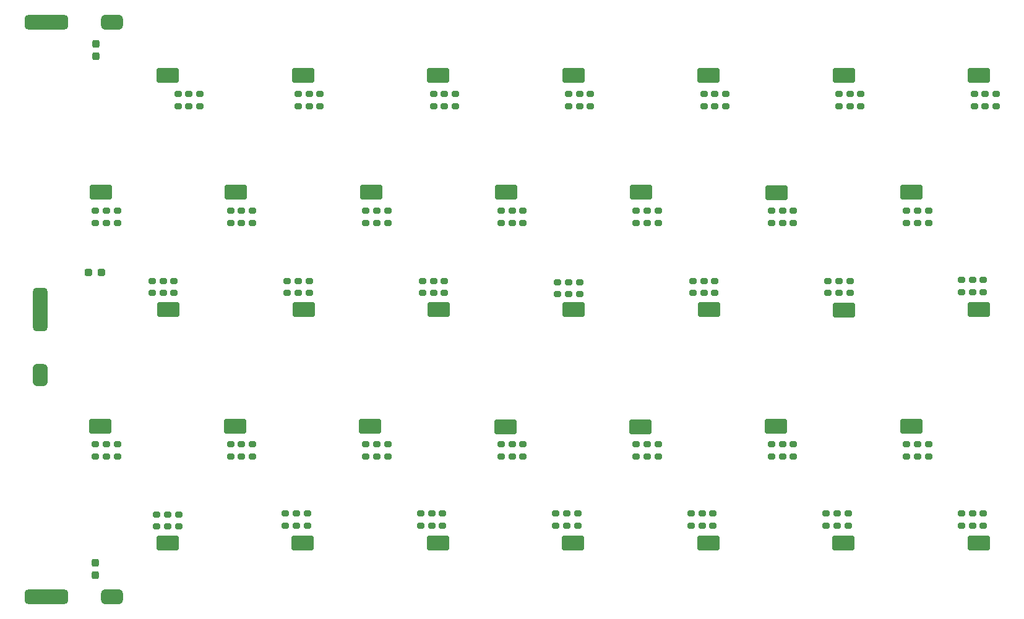
<source format=gbr>
%TF.GenerationSoftware,KiCad,Pcbnew,8.0.0*%
%TF.CreationDate,2025-01-10T11:52:10+00:00*%
%TF.ProjectId,vape_powerbank_pcb,76617065-5f70-46f7-9765-7262616e6b5f,rev?*%
%TF.SameCoordinates,Original*%
%TF.FileFunction,Paste,Top*%
%TF.FilePolarity,Positive*%
%FSLAX46Y46*%
G04 Gerber Fmt 4.6, Leading zero omitted, Abs format (unit mm)*
G04 Created by KiCad (PCBNEW 8.0.0) date 2025-01-10 11:52:10*
%MOMM*%
%LPD*%
G01*
G04 APERTURE LIST*
G04 Aperture macros list*
%AMRoundRect*
0 Rectangle with rounded corners*
0 $1 Rounding radius*
0 $2 $3 $4 $5 $6 $7 $8 $9 X,Y pos of 4 corners*
0 Add a 4 corners polygon primitive as box body*
4,1,4,$2,$3,$4,$5,$6,$7,$8,$9,$2,$3,0*
0 Add four circle primitives for the rounded corners*
1,1,$1+$1,$2,$3*
1,1,$1+$1,$4,$5*
1,1,$1+$1,$6,$7*
1,1,$1+$1,$8,$9*
0 Add four rect primitives between the rounded corners*
20,1,$1+$1,$2,$3,$4,$5,0*
20,1,$1+$1,$4,$5,$6,$7,0*
20,1,$1+$1,$6,$7,$8,$9,0*
20,1,$1+$1,$8,$9,$2,$3,0*%
G04 Aperture macros list end*
%ADD10RoundRect,0.200000X-0.275000X0.200000X-0.275000X-0.200000X0.275000X-0.200000X0.275000X0.200000X0*%
%ADD11RoundRect,0.200000X-1.300000X-0.800000X1.300000X-0.800000X1.300000X0.800000X-1.300000X0.800000X0*%
%ADD12RoundRect,0.237500X0.237500X-0.287500X0.237500X0.287500X-0.237500X0.287500X-0.237500X-0.287500X0*%
%ADD13RoundRect,0.499999X-2.500001X0.499998X-2.500001X-0.499998X2.500001X-0.499998X2.500001X0.499998X0*%
%ADD14RoundRect,0.499999X-1.000001X0.499998X-1.000001X-0.499998X1.000001X-0.499998X1.000001X0.499998X0*%
%ADD15RoundRect,0.499999X0.499998X2.500001X-0.499998X2.500001X-0.499998X-2.500001X0.499998X-2.500001X0*%
%ADD16RoundRect,0.499999X0.499998X1.000001X-0.499998X1.000001X-0.499998X-1.000001X0.499998X-1.000001X0*%
%ADD17RoundRect,0.237500X-0.237500X0.287500X-0.237500X-0.287500X0.237500X-0.287500X0.237500X0.287500X0*%
%ADD18RoundRect,0.237500X-0.287500X-0.237500X0.287500X-0.237500X0.287500X0.237500X-0.287500X0.237500X0*%
G04 APERTURE END LIST*
D10*
%TO.C,R2*%
X24800000Y-24675000D03*
X24800000Y-26325000D03*
%TD*%
%TO.C,R97*%
X96500000Y-82175000D03*
X96500000Y-83825000D03*
%TD*%
%TO.C,R100*%
X115000000Y-82175000D03*
X115000000Y-83825000D03*
%TD*%
%TO.C,R85*%
X23400000Y-82275000D03*
X23400000Y-83925000D03*
%TD*%
%TO.C,R55*%
X96750000Y-50275000D03*
X96750000Y-51925000D03*
%TD*%
D11*
%TO.C,SPRING34*%
X114372496Y-86203427D03*
%TD*%
%TO.C,SPRING31*%
X58872486Y-86203417D03*
%TD*%
D10*
%TO.C,R48*%
X38250000Y-50275000D03*
X38250000Y-51925000D03*
%TD*%
%TO.C,R78*%
X86000000Y-72675000D03*
X86000000Y-74325000D03*
%TD*%
%TO.C,R50*%
X58250000Y-50275000D03*
X58250000Y-51925000D03*
%TD*%
%TO.C,R66*%
X12000000Y-72675000D03*
X12000000Y-74325000D03*
%TD*%
%TO.C,R69*%
X30490000Y-72675000D03*
X30490000Y-74325000D03*
%TD*%
%TO.C,R34*%
X89000000Y-40675000D03*
X89000000Y-42325000D03*
%TD*%
%TO.C,R12*%
X76750000Y-24675000D03*
X76750000Y-26325000D03*
%TD*%
%TO.C,R56*%
X95250000Y-50275000D03*
X95250000Y-51925000D03*
%TD*%
%TO.C,R16*%
X116750000Y-24675000D03*
X116750000Y-26325000D03*
%TD*%
D11*
%TO.C,SPRING33*%
X95872486Y-86203417D03*
%TD*%
D10*
%TO.C,R33*%
X67500000Y-40675000D03*
X67500000Y-42325000D03*
%TD*%
%TO.C,R51*%
X56750000Y-50275000D03*
X56750000Y-51925000D03*
%TD*%
D12*
%TO.C,F3*%
X12000000Y-90625000D03*
X12000000Y-88875000D03*
%TD*%
D11*
%TO.C,SPRING21*%
X132908222Y-54194903D03*
%TD*%
D10*
%TO.C,R1*%
X26300000Y-24675000D03*
X26300000Y-26325000D03*
%TD*%
D11*
%TO.C,SPRING18*%
X77450030Y-54200020D03*
%TD*%
%TO.C,SPRING6*%
X114400000Y-22100000D03*
%TD*%
D10*
%TO.C,R31*%
X70500000Y-40675000D03*
X70500000Y-42325000D03*
%TD*%
D11*
%TO.C,SPRING13*%
X105159387Y-38237195D03*
%TD*%
D10*
%TO.C,R58*%
X115250000Y-50275000D03*
X115250000Y-51925000D03*
%TD*%
%TO.C,R75*%
X67500000Y-72675000D03*
X67500000Y-74325000D03*
%TD*%
%TO.C,R95*%
X76500000Y-82175000D03*
X76500000Y-83825000D03*
%TD*%
%TO.C,R80*%
X106000000Y-72675000D03*
X106000000Y-74325000D03*
%TD*%
%TO.C,R17*%
X115250000Y-24675000D03*
X115250000Y-26325000D03*
%TD*%
%TO.C,R57*%
X93750000Y-50275000D03*
X93750000Y-51925000D03*
%TD*%
%TO.C,R76*%
X89000000Y-72675000D03*
X89000000Y-74325000D03*
%TD*%
%TO.C,R47*%
X39750000Y-50275000D03*
X39750000Y-51925000D03*
%TD*%
D11*
%TO.C,SPRING28*%
X123647500Y-70189537D03*
%TD*%
D10*
%TO.C,R88*%
X41000000Y-82175000D03*
X41000000Y-83825000D03*
%TD*%
%TO.C,R30*%
X49000000Y-40675000D03*
X49000000Y-42325000D03*
%TD*%
D13*
%TO.C,J1*%
X5275000Y-14800000D03*
D14*
X14275000Y-14800000D03*
%TD*%
D10*
%TO.C,R44*%
X21250000Y-50275000D03*
X21250000Y-51925000D03*
%TD*%
%TO.C,R23*%
X13500000Y-40675000D03*
X13500000Y-42325000D03*
%TD*%
%TO.C,R3*%
X23300000Y-24675000D03*
X23300000Y-26325000D03*
%TD*%
%TO.C,R32*%
X69000000Y-40675000D03*
X69000000Y-42325000D03*
%TD*%
%TO.C,R25*%
X33500000Y-40675000D03*
X33500000Y-42325000D03*
%TD*%
%TO.C,R72*%
X49000000Y-72675000D03*
X49000000Y-74325000D03*
%TD*%
%TO.C,R102*%
X112000000Y-82175000D03*
X112000000Y-83825000D03*
%TD*%
D11*
%TO.C,SPRING17*%
X58991888Y-54205166D03*
%TD*%
D10*
%TO.C,R63*%
X130500000Y-50175000D03*
X130500000Y-51825000D03*
%TD*%
D11*
%TO.C,SPRING12*%
X86660652Y-38136591D03*
%TD*%
%TO.C,SPRING11*%
X68202510Y-38141737D03*
%TD*%
%TO.C,SPRING7*%
X132872500Y-22117600D03*
%TD*%
D10*
%TO.C,R81*%
X104500000Y-72675000D03*
X104500000Y-74325000D03*
%TD*%
%TO.C,R6*%
X39750000Y-24675000D03*
X39750000Y-26325000D03*
%TD*%
%TO.C,R90*%
X38000000Y-82175000D03*
X38000000Y-83825000D03*
%TD*%
%TO.C,R26*%
X32000000Y-40675000D03*
X32000000Y-42325000D03*
%TD*%
%TO.C,R89*%
X39500000Y-82175000D03*
X39500000Y-83825000D03*
%TD*%
%TO.C,R52*%
X78250000Y-50475000D03*
X78250000Y-52125000D03*
%TD*%
%TO.C,R87*%
X20400000Y-82275000D03*
X20400000Y-83925000D03*
%TD*%
D11*
%TO.C,SPRING2*%
X40400000Y-22122696D03*
%TD*%
D10*
%TO.C,R71*%
X50500000Y-72675000D03*
X50500000Y-74325000D03*
%TD*%
D15*
%TO.C,J2*%
X4400000Y-54175000D03*
D16*
X4400000Y-63175000D03*
%TD*%
D10*
%TO.C,R36*%
X85990000Y-40675000D03*
X85990000Y-42325000D03*
%TD*%
%TO.C,R9*%
X58250000Y-24675000D03*
X58250000Y-26325000D03*
%TD*%
%TO.C,R5*%
X41250000Y-24675000D03*
X41250000Y-26325000D03*
%TD*%
%TO.C,R39*%
X104500000Y-40675000D03*
X104500000Y-42325000D03*
%TD*%
%TO.C,R83*%
X124500000Y-72675000D03*
X124500000Y-74325000D03*
%TD*%
%TO.C,R67*%
X33500000Y-72675000D03*
X33500000Y-74325000D03*
%TD*%
D11*
%TO.C,SPRING27*%
X105105662Y-70184430D03*
%TD*%
D10*
%TO.C,R14*%
X96750000Y-24675000D03*
X96750000Y-26325000D03*
%TD*%
%TO.C,R37*%
X107500000Y-40675000D03*
X107500000Y-42325000D03*
%TD*%
%TO.C,R46*%
X41250000Y-50275000D03*
X41250000Y-51925000D03*
%TD*%
%TO.C,R74*%
X69000000Y-72675000D03*
X69000000Y-74325000D03*
%TD*%
%TO.C,R22*%
X15000000Y-40675000D03*
X15000000Y-42325000D03*
%TD*%
%TO.C,R73*%
X70500000Y-72675000D03*
X70500000Y-74325000D03*
%TD*%
%TO.C,R77*%
X87500000Y-72675000D03*
X87500000Y-74325000D03*
%TD*%
%TO.C,R79*%
X107500000Y-72675000D03*
X107500000Y-74325000D03*
%TD*%
%TO.C,R70*%
X52000000Y-72675000D03*
X52000000Y-74325000D03*
%TD*%
D13*
%TO.C,J3*%
X5275000Y-93600000D03*
D14*
X14275000Y-93600000D03*
%TD*%
D10*
%TO.C,R98*%
X95000000Y-82175000D03*
X95000000Y-83825000D03*
%TD*%
%TO.C,R40*%
X126000000Y-40675000D03*
X126000000Y-42325000D03*
%TD*%
%TO.C,R94*%
X78000000Y-82175000D03*
X78000000Y-83825000D03*
%TD*%
D11*
%TO.C,SPRING29*%
X21872490Y-86203430D03*
%TD*%
D10*
%TO.C,R59*%
X113750000Y-50275000D03*
X113750000Y-51925000D03*
%TD*%
D17*
%TO.C,F1*%
X12025000Y-17775000D03*
X12025000Y-19525000D03*
%TD*%
D10*
%TO.C,R68*%
X32000000Y-72675000D03*
X32000000Y-74325000D03*
%TD*%
%TO.C,R35*%
X87500000Y-40675000D03*
X87500000Y-42325000D03*
%TD*%
D11*
%TO.C,SPRING24*%
X49605632Y-70184410D03*
%TD*%
D10*
%TO.C,R53*%
X76750000Y-50475000D03*
X76750000Y-52125000D03*
%TD*%
%TO.C,R105*%
X130490000Y-82175000D03*
X130490000Y-83825000D03*
%TD*%
%TO.C,R18*%
X113750000Y-24675000D03*
X113750000Y-26325000D03*
%TD*%
%TO.C,R15*%
X95250000Y-24675000D03*
X95250000Y-26325000D03*
%TD*%
%TO.C,R38*%
X106000000Y-40675000D03*
X106000000Y-42325000D03*
%TD*%
%TO.C,R7*%
X61250000Y-24675000D03*
X61250000Y-26325000D03*
%TD*%
%TO.C,R92*%
X58000000Y-82175000D03*
X58000000Y-83825000D03*
%TD*%
%TO.C,R24*%
X12000000Y-40675000D03*
X12000000Y-42325000D03*
%TD*%
D11*
%TO.C,SPRING8*%
X12700000Y-38144167D03*
%TD*%
%TO.C,SPRING15*%
X21950000Y-54200000D03*
%TD*%
D10*
%TO.C,R62*%
X132000000Y-50175000D03*
X132000000Y-51825000D03*
%TD*%
%TO.C,R93*%
X56500000Y-82175000D03*
X56500000Y-83825000D03*
%TD*%
%TO.C,R41*%
X124500000Y-40675000D03*
X124500000Y-42325000D03*
%TD*%
D11*
%TO.C,SPRING1*%
X21914338Y-22122696D03*
%TD*%
D10*
%TO.C,R60*%
X112250000Y-50275000D03*
X112250000Y-51925000D03*
%TD*%
%TO.C,R20*%
X133750000Y-24675000D03*
X133750000Y-26325000D03*
%TD*%
%TO.C,R4*%
X42750000Y-24675000D03*
X42750000Y-26325000D03*
%TD*%
%TO.C,R61*%
X133500000Y-50175000D03*
X133500000Y-51825000D03*
%TD*%
%TO.C,R29*%
X50500000Y-40675000D03*
X50500000Y-42325000D03*
%TD*%
%TO.C,R65*%
X13500000Y-72675000D03*
X13500000Y-74325000D03*
%TD*%
%TO.C,R10*%
X79750000Y-24675000D03*
X79750000Y-26325000D03*
%TD*%
%TO.C,R84*%
X123000000Y-72675000D03*
X123000000Y-74325000D03*
%TD*%
%TO.C,R103*%
X133500000Y-82175000D03*
X133500000Y-83825000D03*
%TD*%
D11*
%TO.C,SPRING4*%
X77400000Y-22117550D03*
%TD*%
D10*
%TO.C,R99*%
X93500000Y-82175000D03*
X93500000Y-83825000D03*
%TD*%
%TO.C,R27*%
X30500000Y-40675000D03*
X30500000Y-42325000D03*
%TD*%
%TO.C,R49*%
X59750000Y-50275000D03*
X59750000Y-51925000D03*
%TD*%
%TO.C,R101*%
X113500000Y-82175000D03*
X113500000Y-83825000D03*
%TD*%
%TO.C,R11*%
X78260000Y-24675000D03*
X78260000Y-26325000D03*
%TD*%
D11*
%TO.C,SPRING35*%
X132872486Y-86203427D03*
%TD*%
%TO.C,SPRING14*%
X123635663Y-38150000D03*
%TD*%
D10*
%TO.C,R42*%
X123000000Y-40675000D03*
X123000000Y-42325000D03*
%TD*%
D11*
%TO.C,SPRING22*%
X12650000Y-70187126D03*
%TD*%
%TO.C,SPRING19*%
X95952540Y-54197590D03*
%TD*%
%TO.C,SPRING25*%
X68104367Y-70285014D03*
%TD*%
D10*
%TO.C,R54*%
X75250000Y-50475000D03*
X75250000Y-52125000D03*
%TD*%
D11*
%TO.C,SPRING5*%
X95900000Y-22100000D03*
%TD*%
%TO.C,SPRING3*%
X58914338Y-22122696D03*
%TD*%
D10*
%TO.C,R21*%
X132250000Y-24675000D03*
X132250000Y-26325000D03*
%TD*%
%TO.C,R13*%
X98250000Y-24675000D03*
X98250000Y-26325000D03*
%TD*%
%TO.C,R45*%
X19750000Y-50275000D03*
X19750000Y-51925000D03*
%TD*%
D11*
%TO.C,SPRING32*%
X77372486Y-86203417D03*
%TD*%
D18*
%TO.C,F2*%
X11075000Y-49100000D03*
X12825000Y-49100000D03*
%TD*%
D11*
%TO.C,SPRING20*%
X114451275Y-54298194D03*
%TD*%
D10*
%TO.C,R82*%
X126000000Y-72675000D03*
X126000000Y-74325000D03*
%TD*%
%TO.C,R28*%
X52000000Y-40675000D03*
X52000000Y-42325000D03*
%TD*%
D11*
%TO.C,SPRING23*%
X31147490Y-70189556D03*
%TD*%
D10*
%TO.C,R43*%
X22750000Y-50275000D03*
X22750000Y-51925000D03*
%TD*%
%TO.C,R19*%
X135250000Y-24675000D03*
X135250000Y-26325000D03*
%TD*%
%TO.C,R91*%
X59500000Y-82175000D03*
X59500000Y-83825000D03*
%TD*%
%TO.C,R8*%
X59750000Y-24675000D03*
X59750000Y-26325000D03*
%TD*%
%TO.C,R86*%
X21900000Y-82275000D03*
X21900000Y-83925000D03*
%TD*%
D11*
%TO.C,SPRING30*%
X40374996Y-86200987D03*
%TD*%
%TO.C,SPRING9*%
X31202510Y-38141737D03*
%TD*%
%TO.C,SPRING16*%
X40494398Y-54202736D03*
%TD*%
D10*
%TO.C,R96*%
X74990000Y-82175000D03*
X74990000Y-83825000D03*
%TD*%
D11*
%TO.C,SPRING26*%
X86606877Y-70282584D03*
%TD*%
D10*
%TO.C,R104*%
X132000000Y-82175000D03*
X132000000Y-83825000D03*
%TD*%
D11*
%TO.C,SPRING10*%
X49700000Y-38144167D03*
%TD*%
D10*
%TO.C,R64*%
X15000000Y-72675000D03*
X15000000Y-74325000D03*
%TD*%
M02*

</source>
